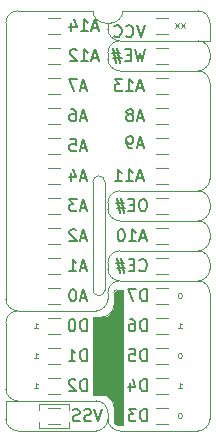
<source format=gbr>
G04 #@! TF.GenerationSoftware,KiCad,Pcbnew,(5.1.6)-1*
G04 #@! TF.CreationDate,2020-12-06T15:05:41+11:00*
G04 #@! TF.ProjectId,EAadaptor,45416164-6170-4746-9f72-2e6b69636164,rev?*
G04 #@! TF.SameCoordinates,Original*
G04 #@! TF.FileFunction,Legend,Bot*
G04 #@! TF.FilePolarity,Positive*
%FSLAX46Y46*%
G04 Gerber Fmt 4.6, Leading zero omitted, Abs format (unit mm)*
G04 Created by KiCad (PCBNEW (5.1.6)-1) date 2020-12-06 15:05:41*
%MOMM*%
%LPD*%
G01*
G04 APERTURE LIST*
%ADD10C,0.120000*%
%ADD11C,0.100000*%
%ADD12C,0.125000*%
%ADD13C,0.150000*%
G04 APERTURE END LIST*
D10*
X146812000Y-79756000D02*
G75*
G02*
X145796000Y-78740000I0J1016000D01*
G01*
X145796000Y-80772000D02*
X145796000Y-81280000D01*
X145796000Y-80772000D02*
G75*
G02*
X146812000Y-79756000I1016000J0D01*
G01*
X142494000Y-112522000D02*
X142494000Y-112014000D01*
X139954000Y-112522000D02*
X142494000Y-112522000D01*
X139954000Y-112014000D02*
X139954000Y-112522000D01*
X142494000Y-110490000D02*
X142494000Y-110998000D01*
X139954000Y-110490000D02*
X142494000Y-110490000D01*
X139954000Y-110998000D02*
X139954000Y-110490000D01*
X146558000Y-112268000D02*
G75*
G02*
X146304000Y-112014000I0J254000D01*
G01*
D11*
G36*
X147066000Y-112268000D02*
G01*
X146558000Y-112268000D01*
X146304000Y-112014000D01*
X147066000Y-112014000D01*
X147066000Y-112268000D01*
G37*
X147066000Y-112268000D02*
X146558000Y-112268000D01*
X146304000Y-112014000D01*
X147066000Y-112014000D01*
X147066000Y-112268000D01*
D10*
X146304000Y-101092000D02*
G75*
G02*
X146558000Y-100838000I254000J0D01*
G01*
D11*
G36*
X147066000Y-101092000D02*
G01*
X146304000Y-101092000D01*
X146558000Y-100838000D01*
X147066000Y-100838000D01*
X147066000Y-101092000D01*
G37*
X147066000Y-101092000D02*
X146304000Y-101092000D01*
X146558000Y-100838000D01*
X147066000Y-100838000D01*
X147066000Y-101092000D01*
D10*
X145542000Y-100838000D02*
X145542000Y-91694000D01*
X144526000Y-91694000D02*
X144526000Y-100838000D01*
X145542000Y-100838000D02*
G75*
G02*
X145034000Y-101346000I-508000J0D01*
G01*
X145034000Y-101346000D02*
G75*
G02*
X144526000Y-100838000I0J508000D01*
G01*
X144526000Y-91694000D02*
G75*
G02*
X145034000Y-91186000I508000J0D01*
G01*
X145034000Y-91186000D02*
G75*
G02*
X145542000Y-91694000I0J-508000D01*
G01*
D11*
G36*
X146304000Y-103632000D02*
G01*
X145288000Y-103632000D01*
X146685000Y-102108000D01*
X146304000Y-103632000D01*
G37*
X146304000Y-103632000D02*
X145288000Y-103632000D01*
X146685000Y-102108000D01*
X146304000Y-103632000D01*
G36*
X146558000Y-110490000D02*
G01*
X145288000Y-109474000D01*
X146558000Y-109474000D01*
X146558000Y-110490000D01*
G37*
X146558000Y-110490000D02*
X145288000Y-109474000D01*
X146558000Y-109474000D01*
X146558000Y-110490000D01*
D10*
X145288000Y-109728000D02*
G75*
G02*
X146304000Y-110744000I0J-1016000D01*
G01*
X146304000Y-102108000D02*
G75*
G02*
X145288000Y-103124000I-1016000J0D01*
G01*
D12*
X152296761Y-78212190D02*
X151963428Y-78712190D01*
X151963428Y-78212190D02*
X152296761Y-78712190D01*
X151820571Y-78212190D02*
X151487238Y-78712190D01*
X151487238Y-78212190D02*
X151820571Y-78712190D01*
D10*
X154432000Y-79756000D02*
X154432000Y-78740000D01*
X153416000Y-77216000D02*
G75*
G02*
X154432000Y-78232000I0J-1016000D01*
G01*
X145542000Y-78232000D02*
X146050000Y-78232000D01*
D11*
G36*
X147066000Y-112014000D02*
G01*
X146304000Y-112014000D01*
X146304000Y-101092000D01*
X147066000Y-101092000D01*
X147066000Y-112014000D01*
G37*
X147066000Y-112014000D02*
X146304000Y-112014000D01*
X146304000Y-101092000D01*
X147066000Y-101092000D01*
X147066000Y-112014000D01*
D10*
X137160000Y-101600000D02*
X137160000Y-78232000D01*
X137160000Y-109220000D02*
X137160000Y-103632000D01*
X137160000Y-103632000D02*
G75*
G02*
X138176000Y-102616000I1016000J0D01*
G01*
X137160000Y-78232000D02*
G75*
G02*
X138176000Y-77216000I1016000J0D01*
G01*
X154432000Y-91440000D02*
X154432000Y-83312000D01*
X154432000Y-96520000D02*
X154432000Y-96012000D01*
X154432000Y-111760000D02*
X154432000Y-101092000D01*
X154432000Y-111760000D02*
G75*
G02*
X153416000Y-112776000I-1016000J0D01*
G01*
X153416000Y-100076000D02*
G75*
G02*
X154432000Y-101092000I0J-1016000D01*
G01*
X153416000Y-94996000D02*
G75*
G02*
X154432000Y-96012000I0J-1016000D01*
G01*
X153416000Y-82296000D02*
G75*
G02*
X154432000Y-83312000I0J-1016000D01*
G01*
X154432000Y-91440000D02*
G75*
G02*
X153416000Y-92456000I-1016000J0D01*
G01*
X154432000Y-96520000D02*
G75*
G02*
X153416000Y-97536000I-1016000J0D01*
G01*
X138176000Y-102616000D02*
G75*
G02*
X137160000Y-101600000I0J1016000D01*
G01*
X138176000Y-110236000D02*
G75*
G02*
X137160000Y-109220000I0J1016000D01*
G01*
D11*
G36*
X147066000Y-109728000D02*
G01*
X144526000Y-109728000D01*
X144526000Y-103124000D01*
X147066000Y-103124000D01*
X147066000Y-109728000D01*
G37*
X147066000Y-109728000D02*
X144526000Y-109728000D01*
X144526000Y-103124000D01*
X147066000Y-103124000D01*
X147066000Y-109728000D01*
D10*
X144526000Y-77216000D02*
X138176000Y-77216000D01*
X145542000Y-78232000D02*
G75*
G02*
X144526000Y-77216000I0J1016000D01*
G01*
X146812000Y-112776000D02*
X153416000Y-112776000D01*
X146812000Y-112776000D02*
G75*
G02*
X145796000Y-111760000I0J1016000D01*
G01*
X137160000Y-111760000D02*
X137160000Y-110236000D01*
X144780000Y-112776000D02*
X138176000Y-112776000D01*
X138176000Y-112776000D02*
G75*
G02*
X137160000Y-111760000I0J1016000D01*
G01*
X153416000Y-77216000D02*
X147066000Y-77216000D01*
X154432000Y-81280000D02*
X154432000Y-80772000D01*
X154432000Y-78232000D02*
X154432000Y-78740000D01*
X154432000Y-81280000D02*
G75*
G02*
X153416000Y-82296000I-1016000J0D01*
G01*
X153416000Y-79756000D02*
G75*
G02*
X154432000Y-80772000I0J-1016000D01*
G01*
X154432000Y-93980000D02*
X154432000Y-93472000D01*
X154432000Y-93980000D02*
G75*
G02*
X153416000Y-94996000I-1016000J0D01*
G01*
X153416000Y-92456000D02*
G75*
G02*
X154432000Y-93472000I0J-1016000D01*
G01*
X154432000Y-99060000D02*
X154432000Y-98552000D01*
X154432000Y-99060000D02*
G75*
G02*
X153416000Y-100076000I-1016000J0D01*
G01*
X153416000Y-97536000D02*
G75*
G02*
X154432000Y-98552000I0J-1016000D01*
G01*
X146812000Y-100076000D02*
G75*
G02*
X145796000Y-99060000I0J1016000D01*
G01*
X147066000Y-77216000D02*
G75*
G02*
X146050000Y-78232000I-1016000J0D01*
G01*
X145796000Y-111760000D02*
G75*
G02*
X144780000Y-112776000I-1016000J0D01*
G01*
X145796000Y-101600000D02*
G75*
G02*
X144780000Y-102616000I-1016000J0D01*
G01*
X145796000Y-98552000D02*
G75*
G02*
X146812000Y-97536000I1016000J0D01*
G01*
X145796000Y-93472000D02*
G75*
G02*
X146812000Y-92456000I1016000J0D01*
G01*
X145796000Y-101092000D02*
G75*
G02*
X146812000Y-100076000I1016000J0D01*
G01*
X146812000Y-94996000D02*
G75*
G02*
X145796000Y-93980000I0J1016000D01*
G01*
X146812000Y-82296000D02*
G75*
G02*
X145796000Y-81280000I0J1016000D01*
G01*
X145796000Y-78740000D02*
X145796000Y-78232000D01*
X144780000Y-110236000D02*
G75*
G02*
X145796000Y-111252000I0J-1016000D01*
G01*
X146812000Y-79756000D02*
X154432000Y-79756000D01*
X153416000Y-82296000D02*
X146812000Y-82296000D01*
X146812000Y-92456000D02*
X153416000Y-92456000D01*
X145796000Y-93980000D02*
X145796000Y-93472000D01*
X153416000Y-94996000D02*
X146812000Y-94996000D01*
X146812000Y-97536000D02*
X153416000Y-97536000D01*
X145796000Y-99060000D02*
X145796000Y-98552000D01*
X145796000Y-111252000D02*
X145796000Y-111760000D01*
X137160000Y-110236000D02*
X144780000Y-110236000D01*
X146812000Y-100076000D02*
X153416000Y-100076000D01*
X145796000Y-101600000D02*
X145796000Y-101092000D01*
X138176000Y-102616000D02*
X144780000Y-102616000D01*
D13*
X148907333Y-78446380D02*
X148574000Y-79446380D01*
X148240666Y-78446380D01*
X147335904Y-79351142D02*
X147383523Y-79398761D01*
X147526380Y-79446380D01*
X147621619Y-79446380D01*
X147764476Y-79398761D01*
X147859714Y-79303523D01*
X147907333Y-79208285D01*
X147954952Y-79017809D01*
X147954952Y-78874952D01*
X147907333Y-78684476D01*
X147859714Y-78589238D01*
X147764476Y-78494000D01*
X147621619Y-78446380D01*
X147526380Y-78446380D01*
X147383523Y-78494000D01*
X147335904Y-78541619D01*
X146335904Y-79351142D02*
X146383523Y-79398761D01*
X146526380Y-79446380D01*
X146621619Y-79446380D01*
X146764476Y-79398761D01*
X146859714Y-79303523D01*
X146907333Y-79208285D01*
X146954952Y-79017809D01*
X146954952Y-78874952D01*
X146907333Y-78684476D01*
X146859714Y-78589238D01*
X146764476Y-78494000D01*
X146621619Y-78446380D01*
X146526380Y-78446380D01*
X146383523Y-78494000D01*
X146335904Y-78541619D01*
D12*
X151915809Y-101072190D02*
X151868190Y-101072190D01*
X151820571Y-101096000D01*
X151796761Y-101119809D01*
X151772952Y-101167428D01*
X151749142Y-101262666D01*
X151749142Y-101381714D01*
X151772952Y-101476952D01*
X151796761Y-101524571D01*
X151820571Y-101548380D01*
X151868190Y-101572190D01*
X151915809Y-101572190D01*
X151963428Y-101548380D01*
X151987238Y-101524571D01*
X152011047Y-101476952D01*
X152034857Y-101381714D01*
X152034857Y-101262666D01*
X152011047Y-101167428D01*
X151987238Y-101119809D01*
X151963428Y-101096000D01*
X151915809Y-101072190D01*
X151915809Y-106152190D02*
X151868190Y-106152190D01*
X151820571Y-106176000D01*
X151796761Y-106199809D01*
X151772952Y-106247428D01*
X151749142Y-106342666D01*
X151749142Y-106461714D01*
X151772952Y-106556952D01*
X151796761Y-106604571D01*
X151820571Y-106628380D01*
X151868190Y-106652190D01*
X151915809Y-106652190D01*
X151963428Y-106628380D01*
X151987238Y-106604571D01*
X152011047Y-106556952D01*
X152034857Y-106461714D01*
X152034857Y-106342666D01*
X152011047Y-106247428D01*
X151987238Y-106199809D01*
X151963428Y-106176000D01*
X151915809Y-106152190D01*
X151915809Y-111232190D02*
X151868190Y-111232190D01*
X151820571Y-111256000D01*
X151796761Y-111279809D01*
X151772952Y-111327428D01*
X151749142Y-111422666D01*
X151749142Y-111541714D01*
X151772952Y-111636952D01*
X151796761Y-111684571D01*
X151820571Y-111708380D01*
X151868190Y-111732190D01*
X151915809Y-111732190D01*
X151963428Y-111708380D01*
X151987238Y-111684571D01*
X152011047Y-111636952D01*
X152034857Y-111541714D01*
X152034857Y-111422666D01*
X152011047Y-111327428D01*
X151987238Y-111279809D01*
X151963428Y-111256000D01*
X151915809Y-111232190D01*
X151749142Y-104112190D02*
X152034857Y-104112190D01*
X151892000Y-104112190D02*
X151892000Y-103612190D01*
X151939619Y-103683619D01*
X151987238Y-103731238D01*
X152034857Y-103755047D01*
X151749142Y-109192190D02*
X152034857Y-109192190D01*
X151892000Y-109192190D02*
X151892000Y-108692190D01*
X151939619Y-108763619D01*
X151987238Y-108811238D01*
X152034857Y-108835047D01*
X139557142Y-109192190D02*
X139842857Y-109192190D01*
X139700000Y-109192190D02*
X139700000Y-108692190D01*
X139747619Y-108763619D01*
X139795238Y-108811238D01*
X139842857Y-108835047D01*
X139557142Y-106652190D02*
X139842857Y-106652190D01*
X139700000Y-106652190D02*
X139700000Y-106152190D01*
X139747619Y-106223619D01*
X139795238Y-106271238D01*
X139842857Y-106295047D01*
X139557142Y-104112190D02*
X139842857Y-104112190D01*
X139700000Y-104112190D02*
X139700000Y-103612190D01*
X139747619Y-103683619D01*
X139795238Y-103731238D01*
X139842857Y-103755047D01*
D13*
X149074095Y-111958380D02*
X149074095Y-110958380D01*
X148836000Y-110958380D01*
X148693142Y-111006000D01*
X148597904Y-111101238D01*
X148550285Y-111196476D01*
X148502666Y-111386952D01*
X148502666Y-111529809D01*
X148550285Y-111720285D01*
X148597904Y-111815523D01*
X148693142Y-111910761D01*
X148836000Y-111958380D01*
X149074095Y-111958380D01*
X148169333Y-110958380D02*
X147550285Y-110958380D01*
X147883619Y-111339333D01*
X147740761Y-111339333D01*
X147645523Y-111386952D01*
X147597904Y-111434571D01*
X147550285Y-111529809D01*
X147550285Y-111767904D01*
X147597904Y-111863142D01*
X147645523Y-111910761D01*
X147740761Y-111958380D01*
X148026476Y-111958380D01*
X148121714Y-111910761D01*
X148169333Y-111863142D01*
X149074095Y-109418380D02*
X149074095Y-108418380D01*
X148836000Y-108418380D01*
X148693142Y-108466000D01*
X148597904Y-108561238D01*
X148550285Y-108656476D01*
X148502666Y-108846952D01*
X148502666Y-108989809D01*
X148550285Y-109180285D01*
X148597904Y-109275523D01*
X148693142Y-109370761D01*
X148836000Y-109418380D01*
X149074095Y-109418380D01*
X147645523Y-108751714D02*
X147645523Y-109418380D01*
X147883619Y-108370761D02*
X148121714Y-109085047D01*
X147502666Y-109085047D01*
X149074095Y-106878380D02*
X149074095Y-105878380D01*
X148836000Y-105878380D01*
X148693142Y-105926000D01*
X148597904Y-106021238D01*
X148550285Y-106116476D01*
X148502666Y-106306952D01*
X148502666Y-106449809D01*
X148550285Y-106640285D01*
X148597904Y-106735523D01*
X148693142Y-106830761D01*
X148836000Y-106878380D01*
X149074095Y-106878380D01*
X147597904Y-105878380D02*
X148074095Y-105878380D01*
X148121714Y-106354571D01*
X148074095Y-106306952D01*
X147978857Y-106259333D01*
X147740761Y-106259333D01*
X147645523Y-106306952D01*
X147597904Y-106354571D01*
X147550285Y-106449809D01*
X147550285Y-106687904D01*
X147597904Y-106783142D01*
X147645523Y-106830761D01*
X147740761Y-106878380D01*
X147978857Y-106878380D01*
X148074095Y-106830761D01*
X148121714Y-106783142D01*
X149074095Y-104338380D02*
X149074095Y-103338380D01*
X148836000Y-103338380D01*
X148693142Y-103386000D01*
X148597904Y-103481238D01*
X148550285Y-103576476D01*
X148502666Y-103766952D01*
X148502666Y-103909809D01*
X148550285Y-104100285D01*
X148597904Y-104195523D01*
X148693142Y-104290761D01*
X148836000Y-104338380D01*
X149074095Y-104338380D01*
X147645523Y-103338380D02*
X147836000Y-103338380D01*
X147931238Y-103386000D01*
X147978857Y-103433619D01*
X148074095Y-103576476D01*
X148121714Y-103766952D01*
X148121714Y-104147904D01*
X148074095Y-104243142D01*
X148026476Y-104290761D01*
X147931238Y-104338380D01*
X147740761Y-104338380D01*
X147645523Y-104290761D01*
X147597904Y-104243142D01*
X147550285Y-104147904D01*
X147550285Y-103909809D01*
X147597904Y-103814571D01*
X147645523Y-103766952D01*
X147740761Y-103719333D01*
X147931238Y-103719333D01*
X148026476Y-103766952D01*
X148074095Y-103814571D01*
X148121714Y-103909809D01*
X149074095Y-101798380D02*
X149074095Y-100798380D01*
X148836000Y-100798380D01*
X148693142Y-100846000D01*
X148597904Y-100941238D01*
X148550285Y-101036476D01*
X148502666Y-101226952D01*
X148502666Y-101369809D01*
X148550285Y-101560285D01*
X148597904Y-101655523D01*
X148693142Y-101750761D01*
X148836000Y-101798380D01*
X149074095Y-101798380D01*
X148169333Y-100798380D02*
X147502666Y-100798380D01*
X147931238Y-101798380D01*
X148470857Y-99163142D02*
X148518476Y-99210761D01*
X148661333Y-99258380D01*
X148756571Y-99258380D01*
X148899428Y-99210761D01*
X148994666Y-99115523D01*
X149042285Y-99020285D01*
X149089904Y-98829809D01*
X149089904Y-98686952D01*
X149042285Y-98496476D01*
X148994666Y-98401238D01*
X148899428Y-98306000D01*
X148756571Y-98258380D01*
X148661333Y-98258380D01*
X148518476Y-98306000D01*
X148470857Y-98353619D01*
X148042285Y-98734571D02*
X147708952Y-98734571D01*
X147566095Y-99258380D02*
X148042285Y-99258380D01*
X148042285Y-98258380D01*
X147566095Y-98258380D01*
X147185142Y-98591714D02*
X146470857Y-98591714D01*
X146899428Y-98163142D02*
X147185142Y-99448857D01*
X146566095Y-99020285D02*
X147280380Y-99020285D01*
X146851809Y-99448857D02*
X146566095Y-98163142D01*
X149018476Y-96432666D02*
X148542285Y-96432666D01*
X149113714Y-96718380D02*
X148780380Y-95718380D01*
X148447047Y-96718380D01*
X147589904Y-96718380D02*
X148161333Y-96718380D01*
X147875619Y-96718380D02*
X147875619Y-95718380D01*
X147970857Y-95861238D01*
X148066095Y-95956476D01*
X148161333Y-96004095D01*
X146970857Y-95718380D02*
X146875619Y-95718380D01*
X146780380Y-95766000D01*
X146732761Y-95813619D01*
X146685142Y-95908857D01*
X146637523Y-96099333D01*
X146637523Y-96337428D01*
X146685142Y-96527904D01*
X146732761Y-96623142D01*
X146780380Y-96670761D01*
X146875619Y-96718380D01*
X146970857Y-96718380D01*
X147066095Y-96670761D01*
X147113714Y-96623142D01*
X147161333Y-96527904D01*
X147208952Y-96337428D01*
X147208952Y-96099333D01*
X147161333Y-95908857D01*
X147113714Y-95813619D01*
X147066095Y-95766000D01*
X146970857Y-95718380D01*
X148875619Y-93178380D02*
X148685142Y-93178380D01*
X148589904Y-93226000D01*
X148494666Y-93321238D01*
X148447047Y-93511714D01*
X148447047Y-93845047D01*
X148494666Y-94035523D01*
X148589904Y-94130761D01*
X148685142Y-94178380D01*
X148875619Y-94178380D01*
X148970857Y-94130761D01*
X149066095Y-94035523D01*
X149113714Y-93845047D01*
X149113714Y-93511714D01*
X149066095Y-93321238D01*
X148970857Y-93226000D01*
X148875619Y-93178380D01*
X148018476Y-93654571D02*
X147685142Y-93654571D01*
X147542285Y-94178380D02*
X148018476Y-94178380D01*
X148018476Y-93178380D01*
X147542285Y-93178380D01*
X147161333Y-93511714D02*
X146447047Y-93511714D01*
X146875619Y-93083142D02*
X147161333Y-94368857D01*
X146542285Y-93940285D02*
X147256571Y-93940285D01*
X146828000Y-94368857D02*
X146542285Y-93083142D01*
X148764476Y-91352666D02*
X148288285Y-91352666D01*
X148859714Y-91638380D02*
X148526380Y-90638380D01*
X148193047Y-91638380D01*
X147335904Y-91638380D02*
X147907333Y-91638380D01*
X147621619Y-91638380D02*
X147621619Y-90638380D01*
X147716857Y-90781238D01*
X147812095Y-90876476D01*
X147907333Y-90924095D01*
X146383523Y-91638380D02*
X146954952Y-91638380D01*
X146669238Y-91638380D02*
X146669238Y-90638380D01*
X146764476Y-90781238D01*
X146859714Y-90876476D01*
X146954952Y-90924095D01*
X148796285Y-88558666D02*
X148320095Y-88558666D01*
X148891523Y-88844380D02*
X148558190Y-87844380D01*
X148224857Y-88844380D01*
X147843904Y-88844380D02*
X147653428Y-88844380D01*
X147558190Y-88796761D01*
X147510571Y-88749142D01*
X147415333Y-88606285D01*
X147367714Y-88415809D01*
X147367714Y-88034857D01*
X147415333Y-87939619D01*
X147462952Y-87892000D01*
X147558190Y-87844380D01*
X147748666Y-87844380D01*
X147843904Y-87892000D01*
X147891523Y-87939619D01*
X147939142Y-88034857D01*
X147939142Y-88272952D01*
X147891523Y-88368190D01*
X147843904Y-88415809D01*
X147748666Y-88463428D01*
X147558190Y-88463428D01*
X147462952Y-88415809D01*
X147415333Y-88368190D01*
X147367714Y-88272952D01*
X148796285Y-86272666D02*
X148320095Y-86272666D01*
X148891523Y-86558380D02*
X148558190Y-85558380D01*
X148224857Y-86558380D01*
X147748666Y-85986952D02*
X147843904Y-85939333D01*
X147891523Y-85891714D01*
X147939142Y-85796476D01*
X147939142Y-85748857D01*
X147891523Y-85653619D01*
X147843904Y-85606000D01*
X147748666Y-85558380D01*
X147558190Y-85558380D01*
X147462952Y-85606000D01*
X147415333Y-85653619D01*
X147367714Y-85748857D01*
X147367714Y-85796476D01*
X147415333Y-85891714D01*
X147462952Y-85939333D01*
X147558190Y-85986952D01*
X147748666Y-85986952D01*
X147843904Y-86034571D01*
X147891523Y-86082190D01*
X147939142Y-86177428D01*
X147939142Y-86367904D01*
X147891523Y-86463142D01*
X147843904Y-86510761D01*
X147748666Y-86558380D01*
X147558190Y-86558380D01*
X147462952Y-86510761D01*
X147415333Y-86463142D01*
X147367714Y-86367904D01*
X147367714Y-86177428D01*
X147415333Y-86082190D01*
X147462952Y-86034571D01*
X147558190Y-85986952D01*
X148764476Y-83732666D02*
X148288285Y-83732666D01*
X148859714Y-84018380D02*
X148526380Y-83018380D01*
X148193047Y-84018380D01*
X147335904Y-84018380D02*
X147907333Y-84018380D01*
X147621619Y-84018380D02*
X147621619Y-83018380D01*
X147716857Y-83161238D01*
X147812095Y-83256476D01*
X147907333Y-83304095D01*
X147002571Y-83018380D02*
X146383523Y-83018380D01*
X146716857Y-83399333D01*
X146574000Y-83399333D01*
X146478761Y-83446952D01*
X146431142Y-83494571D01*
X146383523Y-83589809D01*
X146383523Y-83827904D01*
X146431142Y-83923142D01*
X146478761Y-83970761D01*
X146574000Y-84018380D01*
X146859714Y-84018380D01*
X146954952Y-83970761D01*
X147002571Y-83923142D01*
X148954952Y-80478380D02*
X148716857Y-81478380D01*
X148526380Y-80764095D01*
X148335904Y-81478380D01*
X148097809Y-80478380D01*
X147716857Y-80954571D02*
X147383523Y-80954571D01*
X147240666Y-81478380D02*
X147716857Y-81478380D01*
X147716857Y-80478380D01*
X147240666Y-80478380D01*
X146859714Y-80811714D02*
X146145428Y-80811714D01*
X146574000Y-80383142D02*
X146859714Y-81668857D01*
X146240666Y-81240285D02*
X146954952Y-81240285D01*
X146526380Y-81668857D02*
X146240666Y-80383142D01*
X145303714Y-110958380D02*
X144970380Y-111958380D01*
X144637047Y-110958380D01*
X144351333Y-111910761D02*
X144208476Y-111958380D01*
X143970380Y-111958380D01*
X143875142Y-111910761D01*
X143827523Y-111863142D01*
X143779904Y-111767904D01*
X143779904Y-111672666D01*
X143827523Y-111577428D01*
X143875142Y-111529809D01*
X143970380Y-111482190D01*
X144160857Y-111434571D01*
X144256095Y-111386952D01*
X144303714Y-111339333D01*
X144351333Y-111244095D01*
X144351333Y-111148857D01*
X144303714Y-111053619D01*
X144256095Y-111006000D01*
X144160857Y-110958380D01*
X143922761Y-110958380D01*
X143779904Y-111006000D01*
X143398952Y-111910761D02*
X143256095Y-111958380D01*
X143018000Y-111958380D01*
X142922761Y-111910761D01*
X142875142Y-111863142D01*
X142827523Y-111767904D01*
X142827523Y-111672666D01*
X142875142Y-111577428D01*
X142922761Y-111529809D01*
X143018000Y-111482190D01*
X143208476Y-111434571D01*
X143303714Y-111386952D01*
X143351333Y-111339333D01*
X143398952Y-111244095D01*
X143398952Y-111148857D01*
X143351333Y-111053619D01*
X143303714Y-111006000D01*
X143208476Y-110958380D01*
X142970380Y-110958380D01*
X142827523Y-111006000D01*
X143994095Y-109418380D02*
X143994095Y-108418380D01*
X143756000Y-108418380D01*
X143613142Y-108466000D01*
X143517904Y-108561238D01*
X143470285Y-108656476D01*
X143422666Y-108846952D01*
X143422666Y-108989809D01*
X143470285Y-109180285D01*
X143517904Y-109275523D01*
X143613142Y-109370761D01*
X143756000Y-109418380D01*
X143994095Y-109418380D01*
X143041714Y-108513619D02*
X142994095Y-108466000D01*
X142898857Y-108418380D01*
X142660761Y-108418380D01*
X142565523Y-108466000D01*
X142517904Y-108513619D01*
X142470285Y-108608857D01*
X142470285Y-108704095D01*
X142517904Y-108846952D01*
X143089333Y-109418380D01*
X142470285Y-109418380D01*
X143994095Y-106878380D02*
X143994095Y-105878380D01*
X143756000Y-105878380D01*
X143613142Y-105926000D01*
X143517904Y-106021238D01*
X143470285Y-106116476D01*
X143422666Y-106306952D01*
X143422666Y-106449809D01*
X143470285Y-106640285D01*
X143517904Y-106735523D01*
X143613142Y-106830761D01*
X143756000Y-106878380D01*
X143994095Y-106878380D01*
X142470285Y-106878380D02*
X143041714Y-106878380D01*
X142756000Y-106878380D02*
X142756000Y-105878380D01*
X142851238Y-106021238D01*
X142946476Y-106116476D01*
X143041714Y-106164095D01*
X143994095Y-104338380D02*
X143994095Y-103338380D01*
X143756000Y-103338380D01*
X143613142Y-103386000D01*
X143517904Y-103481238D01*
X143470285Y-103576476D01*
X143422666Y-103766952D01*
X143422666Y-103909809D01*
X143470285Y-104100285D01*
X143517904Y-104195523D01*
X143613142Y-104290761D01*
X143756000Y-104338380D01*
X143994095Y-104338380D01*
X142803619Y-103338380D02*
X142708380Y-103338380D01*
X142613142Y-103386000D01*
X142565523Y-103433619D01*
X142517904Y-103528857D01*
X142470285Y-103719333D01*
X142470285Y-103957428D01*
X142517904Y-104147904D01*
X142565523Y-104243142D01*
X142613142Y-104290761D01*
X142708380Y-104338380D01*
X142803619Y-104338380D01*
X142898857Y-104290761D01*
X142946476Y-104243142D01*
X142994095Y-104147904D01*
X143041714Y-103957428D01*
X143041714Y-103719333D01*
X142994095Y-103528857D01*
X142946476Y-103433619D01*
X142898857Y-103386000D01*
X142803619Y-103338380D01*
X143970285Y-101512666D02*
X143494095Y-101512666D01*
X144065523Y-101798380D02*
X143732190Y-100798380D01*
X143398857Y-101798380D01*
X142875047Y-100798380D02*
X142779809Y-100798380D01*
X142684571Y-100846000D01*
X142636952Y-100893619D01*
X142589333Y-100988857D01*
X142541714Y-101179333D01*
X142541714Y-101417428D01*
X142589333Y-101607904D01*
X142636952Y-101703142D01*
X142684571Y-101750761D01*
X142779809Y-101798380D01*
X142875047Y-101798380D01*
X142970285Y-101750761D01*
X143017904Y-101703142D01*
X143065523Y-101607904D01*
X143113142Y-101417428D01*
X143113142Y-101179333D01*
X143065523Y-100988857D01*
X143017904Y-100893619D01*
X142970285Y-100846000D01*
X142875047Y-100798380D01*
X143970285Y-98972666D02*
X143494095Y-98972666D01*
X144065523Y-99258380D02*
X143732190Y-98258380D01*
X143398857Y-99258380D01*
X142541714Y-99258380D02*
X143113142Y-99258380D01*
X142827428Y-99258380D02*
X142827428Y-98258380D01*
X142922666Y-98401238D01*
X143017904Y-98496476D01*
X143113142Y-98544095D01*
X143970285Y-96432666D02*
X143494095Y-96432666D01*
X144065523Y-96718380D02*
X143732190Y-95718380D01*
X143398857Y-96718380D01*
X143113142Y-95813619D02*
X143065523Y-95766000D01*
X142970285Y-95718380D01*
X142732190Y-95718380D01*
X142636952Y-95766000D01*
X142589333Y-95813619D01*
X142541714Y-95908857D01*
X142541714Y-96004095D01*
X142589333Y-96146952D01*
X143160761Y-96718380D01*
X142541714Y-96718380D01*
X143970285Y-93892666D02*
X143494095Y-93892666D01*
X144065523Y-94178380D02*
X143732190Y-93178380D01*
X143398857Y-94178380D01*
X143160761Y-93178380D02*
X142541714Y-93178380D01*
X142875047Y-93559333D01*
X142732190Y-93559333D01*
X142636952Y-93606952D01*
X142589333Y-93654571D01*
X142541714Y-93749809D01*
X142541714Y-93987904D01*
X142589333Y-94083142D01*
X142636952Y-94130761D01*
X142732190Y-94178380D01*
X143017904Y-94178380D01*
X143113142Y-94130761D01*
X143160761Y-94083142D01*
X143970285Y-91352666D02*
X143494095Y-91352666D01*
X144065523Y-91638380D02*
X143732190Y-90638380D01*
X143398857Y-91638380D01*
X142636952Y-90971714D02*
X142636952Y-91638380D01*
X142875047Y-90590761D02*
X143113142Y-91305047D01*
X142494095Y-91305047D01*
X143970285Y-88812666D02*
X143494095Y-88812666D01*
X144065523Y-89098380D02*
X143732190Y-88098380D01*
X143398857Y-89098380D01*
X142589333Y-88098380D02*
X143065523Y-88098380D01*
X143113142Y-88574571D01*
X143065523Y-88526952D01*
X142970285Y-88479333D01*
X142732190Y-88479333D01*
X142636952Y-88526952D01*
X142589333Y-88574571D01*
X142541714Y-88669809D01*
X142541714Y-88907904D01*
X142589333Y-89003142D01*
X142636952Y-89050761D01*
X142732190Y-89098380D01*
X142970285Y-89098380D01*
X143065523Y-89050761D01*
X143113142Y-89003142D01*
X143970285Y-86272666D02*
X143494095Y-86272666D01*
X144065523Y-86558380D02*
X143732190Y-85558380D01*
X143398857Y-86558380D01*
X142636952Y-85558380D02*
X142827428Y-85558380D01*
X142922666Y-85606000D01*
X142970285Y-85653619D01*
X143065523Y-85796476D01*
X143113142Y-85986952D01*
X143113142Y-86367904D01*
X143065523Y-86463142D01*
X143017904Y-86510761D01*
X142922666Y-86558380D01*
X142732190Y-86558380D01*
X142636952Y-86510761D01*
X142589333Y-86463142D01*
X142541714Y-86367904D01*
X142541714Y-86129809D01*
X142589333Y-86034571D01*
X142636952Y-85986952D01*
X142732190Y-85939333D01*
X142922666Y-85939333D01*
X143017904Y-85986952D01*
X143065523Y-86034571D01*
X143113142Y-86129809D01*
X143970285Y-83732666D02*
X143494095Y-83732666D01*
X144065523Y-84018380D02*
X143732190Y-83018380D01*
X143398857Y-84018380D01*
X143160761Y-83018380D02*
X142494095Y-83018380D01*
X142922666Y-84018380D01*
X144954476Y-81192666D02*
X144478285Y-81192666D01*
X145049714Y-81478380D02*
X144716380Y-80478380D01*
X144383047Y-81478380D01*
X143525904Y-81478380D02*
X144097333Y-81478380D01*
X143811619Y-81478380D02*
X143811619Y-80478380D01*
X143906857Y-80621238D01*
X144002095Y-80716476D01*
X144097333Y-80764095D01*
X143144952Y-80573619D02*
X143097333Y-80526000D01*
X143002095Y-80478380D01*
X142764000Y-80478380D01*
X142668761Y-80526000D01*
X142621142Y-80573619D01*
X142573523Y-80668857D01*
X142573523Y-80764095D01*
X142621142Y-80906952D01*
X143192571Y-81478380D01*
X142573523Y-81478380D01*
X144954476Y-78652666D02*
X144478285Y-78652666D01*
X145049714Y-78938380D02*
X144716380Y-77938380D01*
X144383047Y-78938380D01*
X143525904Y-78938380D02*
X144097333Y-78938380D01*
X143811619Y-78938380D02*
X143811619Y-77938380D01*
X143906857Y-78081238D01*
X144002095Y-78176476D01*
X144097333Y-78224095D01*
X142668761Y-78271714D02*
X142668761Y-78938380D01*
X142906857Y-77890761D02*
X143144952Y-78605047D01*
X142525904Y-78605047D01*
D10*
X149868000Y-79166000D02*
X150868000Y-79166000D01*
X150868000Y-77806000D02*
X149868000Y-77806000D01*
X141724000Y-110826000D02*
X140724000Y-110826000D01*
X140724000Y-112186000D02*
X141724000Y-112186000D01*
X150868000Y-80346000D02*
X149868000Y-80346000D01*
X149868000Y-81706000D02*
X150868000Y-81706000D01*
X149868000Y-84246000D02*
X150868000Y-84246000D01*
X150868000Y-82886000D02*
X149868000Y-82886000D01*
X150868000Y-85426000D02*
X149868000Y-85426000D01*
X149868000Y-86786000D02*
X150868000Y-86786000D01*
X149868000Y-89326000D02*
X150868000Y-89326000D01*
X150868000Y-87966000D02*
X149868000Y-87966000D01*
X150868000Y-90506000D02*
X149868000Y-90506000D01*
X149868000Y-91866000D02*
X150868000Y-91866000D01*
X149868000Y-94406000D02*
X150868000Y-94406000D01*
X150868000Y-93046000D02*
X149868000Y-93046000D01*
X150868000Y-95586000D02*
X149868000Y-95586000D01*
X149868000Y-96946000D02*
X150868000Y-96946000D01*
X149868000Y-99486000D02*
X150868000Y-99486000D01*
X150868000Y-98126000D02*
X149868000Y-98126000D01*
X150868000Y-100666000D02*
X149868000Y-100666000D01*
X149868000Y-102026000D02*
X150868000Y-102026000D01*
X149868000Y-104566000D02*
X150868000Y-104566000D01*
X150868000Y-103206000D02*
X149868000Y-103206000D01*
X150868000Y-105746000D02*
X149868000Y-105746000D01*
X149868000Y-107106000D02*
X150868000Y-107106000D01*
X149868000Y-109646000D02*
X150868000Y-109646000D01*
X150868000Y-108286000D02*
X149868000Y-108286000D01*
X150868000Y-110826000D02*
X149868000Y-110826000D01*
X149868000Y-112186000D02*
X150868000Y-112186000D01*
X140724000Y-109646000D02*
X141724000Y-109646000D01*
X141724000Y-108286000D02*
X140724000Y-108286000D01*
X141724000Y-105746000D02*
X140724000Y-105746000D01*
X140724000Y-107106000D02*
X141724000Y-107106000D01*
X140724000Y-104566000D02*
X141724000Y-104566000D01*
X141724000Y-103206000D02*
X140724000Y-103206000D01*
X141724000Y-100666000D02*
X140724000Y-100666000D01*
X140724000Y-102026000D02*
X141724000Y-102026000D01*
X140724000Y-99486000D02*
X141724000Y-99486000D01*
X141724000Y-98126000D02*
X140724000Y-98126000D01*
X141724000Y-95586000D02*
X140724000Y-95586000D01*
X140724000Y-96946000D02*
X141724000Y-96946000D01*
X140724000Y-94406000D02*
X141724000Y-94406000D01*
X141724000Y-93046000D02*
X140724000Y-93046000D01*
X141724000Y-90506000D02*
X140724000Y-90506000D01*
X140724000Y-91866000D02*
X141724000Y-91866000D01*
X140724000Y-89326000D02*
X141724000Y-89326000D01*
X141724000Y-87966000D02*
X140724000Y-87966000D01*
X141724000Y-85426000D02*
X140724000Y-85426000D01*
X140724000Y-86786000D02*
X141724000Y-86786000D01*
X140724000Y-84246000D02*
X141724000Y-84246000D01*
X141724000Y-82886000D02*
X140724000Y-82886000D01*
X141724000Y-80346000D02*
X140724000Y-80346000D01*
X140724000Y-81706000D02*
X141724000Y-81706000D01*
X140724000Y-79166000D02*
X141724000Y-79166000D01*
X141724000Y-77806000D02*
X140724000Y-77806000D01*
M02*

</source>
